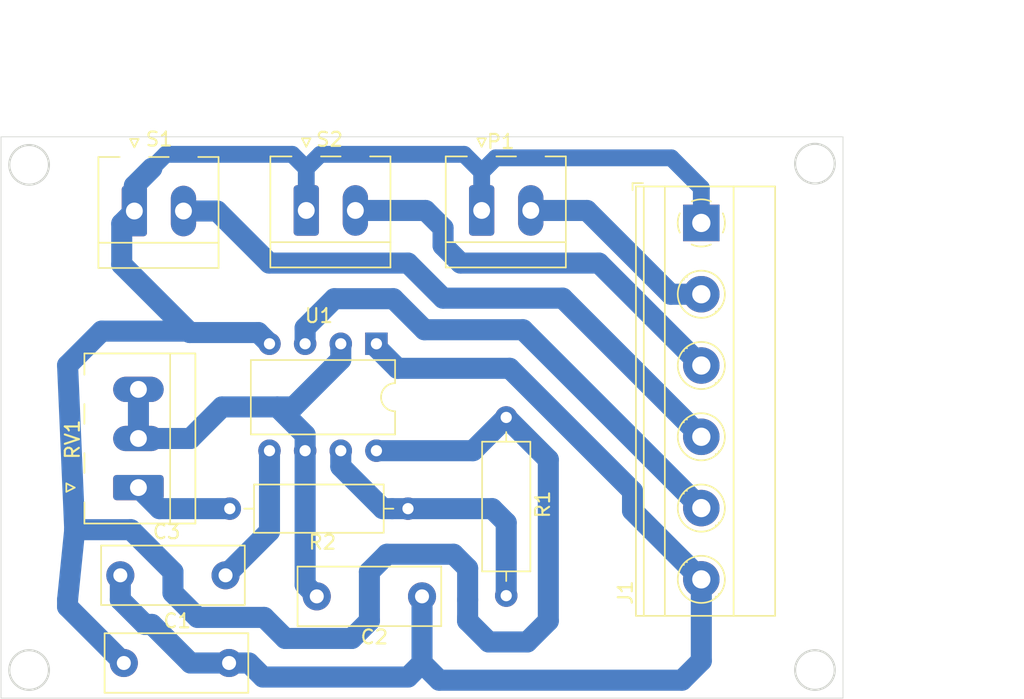
<source format=kicad_pcb>
(kicad_pcb (version 20171130) (host pcbnew "(5.1.10)-1")

  (general
    (thickness 1.6)
    (drawings 14)
    (tracks 111)
    (zones 0)
    (modules 11)
    (nets 11)
  )

  (page A4)
  (title_block
    (title "Control probador motores pap")
    (date 2021-06-15)
    (rev 3.0)
    (company "Electronica Reciclada")
  )

  (layers
    (0 F.Cu signal)
    (31 B.Cu signal)
    (32 B.Adhes user hide)
    (33 F.Adhes user hide)
    (34 B.Paste user hide)
    (35 F.Paste user hide)
    (36 B.SilkS user hide)
    (37 F.SilkS user hide)
    (38 B.Mask user hide)
    (39 F.Mask user hide)
    (40 Dwgs.User user)
    (41 Cmts.User user hide)
    (42 Eco1.User user)
    (43 Eco2.User user hide)
    (44 Edge.Cuts user)
    (45 Margin user)
    (46 B.CrtYd user hide)
    (47 F.CrtYd user)
    (48 B.Fab user hide)
    (49 F.Fab user)
  )

  (setup
    (last_trace_width 2)
    (user_trace_width 0.5)
    (user_trace_width 1)
    (user_trace_width 1.5)
    (user_trace_width 2)
    (trace_clearance 0.5)
    (zone_clearance 0.508)
    (zone_45_only no)
    (trace_min 0.2)
    (via_size 1)
    (via_drill 0.5)
    (via_min_size 0.8)
    (via_min_drill 0.3)
    (user_via 1 0.5)
    (user_via 1.5 1)
    (uvia_size 1)
    (uvia_drill 0.1)
    (uvias_allowed no)
    (uvia_min_size 0.5)
    (uvia_min_drill 0.1)
    (edge_width 0.05)
    (segment_width 0.2)
    (pcb_text_width 0.3)
    (pcb_text_size 1.5 1.5)
    (mod_edge_width 0.12)
    (mod_text_size 1 1)
    (mod_text_width 0.15)
    (pad_size 1.524 1.524)
    (pad_drill 0.762)
    (pad_to_mask_clearance 0.051)
    (solder_mask_min_width 0.5)
    (aux_axis_origin 0 0)
    (visible_elements 7FFFFFFF)
    (pcbplotparams
      (layerselection 0x00000_fffffffe)
      (usegerberextensions false)
      (usegerberattributes false)
      (usegerberadvancedattributes false)
      (creategerberjobfile false)
      (excludeedgelayer true)
      (linewidth 0.100000)
      (plotframeref false)
      (viasonmask false)
      (mode 1)
      (useauxorigin false)
      (hpglpennumber 1)
      (hpglpenspeed 20)
      (hpglpendiameter 15.000000)
      (psnegative false)
      (psa4output false)
      (plotreference true)
      (plotvalue true)
      (plotinvisibletext false)
      (padsonsilk false)
      (subtractmaskfromsilk false)
      (outputformat 1)
      (mirror false)
      (drillshape 0)
      (scaleselection 1)
      (outputdirectory ""))
  )

  (net 0 "")
  (net 1 GND)
  (net 2 +5V)
  (net 3 "Net-(C2-Pad1)")
  (net 4 "Net-(C3-Pad1)")
  (net 5 /Permitir)
  (net 6 /Direccion)
  (net 7 /Medio_Full_Paso)
  (net 8 /Reloj)
  (net 9 "Net-(R1-Pad2)")
  (net 10 "Net-(R2-Pad2)")

  (net_class Default "Esta es la clase de red por defecto."
    (clearance 0.5)
    (trace_width 2)
    (via_dia 1)
    (via_drill 0.5)
    (uvia_dia 1)
    (uvia_drill 0.1)
    (diff_pair_width 2)
    (diff_pair_gap 2)
  )

  (net_class CNC ""
    (clearance 0.5)
    (trace_width 1.2)
    (via_dia 1)
    (via_drill 0.5)
    (uvia_dia 0.5)
    (uvia_drill 0.1)
    (diff_pair_width 1)
    (diff_pair_gap 1)
    (add_net +5V)
    (add_net /Direccion)
    (add_net /Medio_Full_Paso)
    (add_net /Permitir)
    (add_net /Reloj)
    (add_net GND)
    (add_net "Net-(C2-Pad1)")
    (add_net "Net-(C3-Pad1)")
    (add_net "Net-(R1-Pad2)")
    (add_net "Net-(R2-Pad2)")
  )

  (module Capacitor_THT:C_Rect_L10.0mm_W4.0mm_P7.50mm_MKS4 (layer F.Cu) (tedit 5AE50EF0) (tstamp 60854E59)
    (at 115 100.5)
    (descr "C, Rect series, Radial, pin pitch=7.50mm, , length*width=10*4.0mm^2, Capacitor, http://www.wima.com/EN/WIMA_MKS_4.pdf")
    (tags "C Rect series Radial pin pitch 7.50mm  length 10mm width 4.0mm Capacitor")
    (path /606758D7)
    (fp_text reference C2 (at 4.1 2.9) (layer F.SilkS)
      (effects (font (size 1 1) (thickness 0.15)))
    )
    (fp_text value 220nF (at 3.5 -1.1068) (layer F.Fab)
      (effects (font (size 1 1) (thickness 0.15)))
    )
    (fp_line (start 9 -2.25) (end -1.5 -2.25) (layer F.CrtYd) (width 0.05))
    (fp_line (start 9 2.25) (end 9 -2.25) (layer F.CrtYd) (width 0.05))
    (fp_line (start -1.5 2.25) (end 9 2.25) (layer F.CrtYd) (width 0.05))
    (fp_line (start -1.5 -2.25) (end -1.5 2.25) (layer F.CrtYd) (width 0.05))
    (fp_line (start 8.87 -2.12) (end 8.87 2.12) (layer F.SilkS) (width 0.12))
    (fp_line (start -1.37 -2.12) (end -1.37 2.12) (layer F.SilkS) (width 0.12))
    (fp_line (start -1.37 2.12) (end 8.87 2.12) (layer F.SilkS) (width 0.12))
    (fp_line (start -1.37 -2.12) (end 8.87 -2.12) (layer F.SilkS) (width 0.12))
    (fp_line (start 8.75 -2) (end -1.25 -2) (layer F.Fab) (width 0.1))
    (fp_line (start 8.75 2) (end 8.75 -2) (layer F.Fab) (width 0.1))
    (fp_line (start -1.25 2) (end 8.75 2) (layer F.Fab) (width 0.1))
    (fp_line (start -1.25 -2) (end -1.25 2) (layer F.Fab) (width 0.1))
    (fp_text user %R (at 3.75 0.8932) (layer F.Fab)
      (effects (font (size 1 1) (thickness 0.15)))
    )
    (pad 1 thru_hole circle (at 0 0) (size 2 2) (drill 1) (layers *.Cu *.Mask)
      (net 3 "Net-(C2-Pad1)"))
    (pad 2 thru_hole circle (at 7.5 0) (size 2 2) (drill 1) (layers *.Cu *.Mask)
      (net 1 GND))
    (model ${KISYS3DMOD}/Capacitor_THT.3dshapes/C_Rect_L10.0mm_W4.0mm_P7.50mm_MKS4.wrl
      (at (xyz 0 0 0))
      (scale (xyz 1 1 1))
      (rotate (xyz 0 0 0))
    )
  )

  (module Capacitor_THT:C_Rect_L10.0mm_W4.0mm_P7.50mm_MKS4 (layer F.Cu) (tedit 5AE50EF0) (tstamp 60854E8F)
    (at 101.25 105.25)
    (descr "C, Rect series, Radial, pin pitch=7.50mm, , length*width=10*4.0mm^2, Capacitor, http://www.wima.com/EN/WIMA_MKS_4.pdf")
    (tags "C Rect series Radial pin pitch 7.50mm  length 10mm width 4.0mm Capacitor")
    (path /60676001)
    (fp_text reference C1 (at 3.8 -3) (layer F.SilkS)
      (effects (font (size 1 1) (thickness 0.15)))
    )
    (fp_text value 100nF (at 4.0568 1) (layer F.Fab)
      (effects (font (size 1 1) (thickness 0.15)))
    )
    (fp_line (start -1.25 -2) (end -1.25 2) (layer F.Fab) (width 0.1))
    (fp_line (start -1.25 2) (end 8.75 2) (layer F.Fab) (width 0.1))
    (fp_line (start 8.75 2) (end 8.75 -2) (layer F.Fab) (width 0.1))
    (fp_line (start 8.75 -2) (end -1.25 -2) (layer F.Fab) (width 0.1))
    (fp_line (start -1.37 -2.12) (end 8.87 -2.12) (layer F.SilkS) (width 0.12))
    (fp_line (start -1.37 2.12) (end 8.87 2.12) (layer F.SilkS) (width 0.12))
    (fp_line (start -1.37 -2.12) (end -1.37 2.12) (layer F.SilkS) (width 0.12))
    (fp_line (start 8.87 -2.12) (end 8.87 2.12) (layer F.SilkS) (width 0.12))
    (fp_line (start -1.5 -2.25) (end -1.5 2.25) (layer F.CrtYd) (width 0.05))
    (fp_line (start -1.5 2.25) (end 9 2.25) (layer F.CrtYd) (width 0.05))
    (fp_line (start 9 2.25) (end 9 -2.25) (layer F.CrtYd) (width 0.05))
    (fp_line (start 9 -2.25) (end -1.5 -2.25) (layer F.CrtYd) (width 0.05))
    (fp_text user %R (at 3.75 -1) (layer F.Fab)
      (effects (font (size 1 1) (thickness 0.15)))
    )
    (pad 2 thru_hole circle (at 7.5 0) (size 2 2) (drill 1) (layers *.Cu *.Mask)
      (net 1 GND))
    (pad 1 thru_hole circle (at 0 0) (size 2 2) (drill 1) (layers *.Cu *.Mask)
      (net 2 +5V))
    (model ${KISYS3DMOD}/Capacitor_THT.3dshapes/C_Rect_L10.0mm_W4.0mm_P7.50mm_MKS4.wrl
      (at (xyz 0 0 0))
      (scale (xyz 1 1 1))
      (rotate (xyz 0 0 0))
    )
  )

  (module Resistor_THT:R_Axial_DIN0309_L9.0mm_D3.2mm_P12.70mm_Horizontal (layer F.Cu) (tedit 5AE5139B) (tstamp 60854E1B)
    (at 128.5 87.75 270)
    (descr "Resistor, Axial_DIN0309 series, Axial, Horizontal, pin pitch=12.7mm, 0.5W = 1/2W, length*diameter=9*3.2mm^2, http://cdn-reichelt.de/documents/datenblatt/B400/1_4W%23YAG.pdf")
    (tags "Resistor Axial_DIN0309 series Axial Horizontal pin pitch 12.7mm 0.5W = 1/2W length 9mm diameter 3.2mm")
    (path /6067986F)
    (fp_text reference R1 (at 6.2 -2.6 90) (layer F.SilkS)
      (effects (font (size 1 1) (thickness 0.15)))
    )
    (fp_text value 1k5 (at 6.45 -0.8568 90) (layer F.Fab)
      (effects (font (size 1 1) (thickness 0.15)))
    )
    (fp_line (start 13.75 -1.85) (end -1.05 -1.85) (layer F.CrtYd) (width 0.05))
    (fp_line (start 13.75 1.85) (end 13.75 -1.85) (layer F.CrtYd) (width 0.05))
    (fp_line (start -1.05 1.85) (end 13.75 1.85) (layer F.CrtYd) (width 0.05))
    (fp_line (start -1.05 -1.85) (end -1.05 1.85) (layer F.CrtYd) (width 0.05))
    (fp_line (start 11.66 0) (end 10.97 0) (layer F.SilkS) (width 0.12))
    (fp_line (start 1.04 0) (end 1.73 0) (layer F.SilkS) (width 0.12))
    (fp_line (start 10.97 -1.72) (end 1.73 -1.72) (layer F.SilkS) (width 0.12))
    (fp_line (start 10.97 1.72) (end 10.97 -1.72) (layer F.SilkS) (width 0.12))
    (fp_line (start 1.73 1.72) (end 10.97 1.72) (layer F.SilkS) (width 0.12))
    (fp_line (start 1.73 -1.72) (end 1.73 1.72) (layer F.SilkS) (width 0.12))
    (fp_line (start 12.7 0) (end 10.85 0) (layer F.Fab) (width 0.1))
    (fp_line (start 0 0) (end 1.85 0) (layer F.Fab) (width 0.1))
    (fp_line (start 10.85 -1.6) (end 1.85 -1.6) (layer F.Fab) (width 0.1))
    (fp_line (start 10.85 1.6) (end 10.85 -1.6) (layer F.Fab) (width 0.1))
    (fp_line (start 1.85 1.6) (end 10.85 1.6) (layer F.Fab) (width 0.1))
    (fp_line (start 1.85 -1.6) (end 1.85 1.6) (layer F.Fab) (width 0.1))
    (fp_text user %R (at 6.7 0.8932 90) (layer F.Fab)
      (effects (font (size 1 1) (thickness 0.15)))
    )
    (pad 1 thru_hole circle (at 0 0 270) (size 1.6 1.6) (drill 0.8) (layers *.Cu *.Mask)
      (net 2 +5V))
    (pad 2 thru_hole oval (at 12.7 0 270) (size 1.6 1.6) (drill 0.8) (layers *.Cu *.Mask)
      (net 9 "Net-(R1-Pad2)"))
    (model ${KISYS3DMOD}/Resistor_THT.3dshapes/R_Axial_DIN0309_L9.0mm_D3.2mm_P12.70mm_Horizontal.wrl
      (at (xyz 0 0 0))
      (scale (xyz 1 1 1))
      (rotate (xyz 0 0 0))
    )
  )

  (module TerminalBlock_Phoenix:TerminalBlock_Phoenix_MKDS-1,5-6-5.08_1x06_P5.08mm_Horizontal (layer F.Cu) (tedit 5B294EBE) (tstamp 60685FE8)
    (at 142.4032 73.8896 270)
    (descr "Terminal Block Phoenix MKDS-1,5-6-5.08, 6 pins, pitch 5.08mm, size 30.5x9.8mm^2, drill diamater 1.3mm, pad diameter 2.6mm, see http://www.farnell.com/datasheets/100425.pdf, script-generated using https://github.com/pointhi/kicad-footprint-generator/scripts/TerminalBlock_Phoenix")
    (tags "THT Terminal Block Phoenix MKDS-1,5-6-5.08 pitch 5.08mm size 30.5x9.8mm^2 drill 1.3mm pad 2.6mm")
    (path /6067A4FC)
    (fp_text reference J1 (at 26.34 5.41 90) (layer F.SilkS)
      (effects (font (size 1 1) (thickness 0.15)))
    )
    (fp_text value Screw_Terminal_01x06 (at 12.7 5.66 90) (layer F.Fab) hide
      (effects (font (size 1 1) (thickness 0.15)))
    )
    (fp_line (start 28.44 -5.71) (end -3.04 -5.71) (layer F.CrtYd) (width 0.05))
    (fp_line (start 28.44 5.1) (end 28.44 -5.71) (layer F.CrtYd) (width 0.05))
    (fp_line (start -3.04 5.1) (end 28.44 5.1) (layer F.CrtYd) (width 0.05))
    (fp_line (start -3.04 -5.71) (end -3.04 5.1) (layer F.CrtYd) (width 0.05))
    (fp_line (start -2.84 4.9) (end -2.34 4.9) (layer F.SilkS) (width 0.12))
    (fp_line (start -2.84 4.16) (end -2.84 4.9) (layer F.SilkS) (width 0.12))
    (fp_line (start 24.173 1.023) (end 24.126 1.069) (layer F.SilkS) (width 0.12))
    (fp_line (start 26.47 -1.275) (end 26.435 -1.239) (layer F.SilkS) (width 0.12))
    (fp_line (start 24.366 1.239) (end 24.331 1.274) (layer F.SilkS) (width 0.12))
    (fp_line (start 26.675 -1.069) (end 26.628 -1.023) (layer F.SilkS) (width 0.12))
    (fp_line (start 26.355 -1.138) (end 24.263 0.955) (layer F.Fab) (width 0.1))
    (fp_line (start 26.538 -0.955) (end 24.446 1.138) (layer F.Fab) (width 0.1))
    (fp_line (start 19.093 1.023) (end 19.046 1.069) (layer F.SilkS) (width 0.12))
    (fp_line (start 21.39 -1.275) (end 21.355 -1.239) (layer F.SilkS) (width 0.12))
    (fp_line (start 19.286 1.239) (end 19.251 1.274) (layer F.SilkS) (width 0.12))
    (fp_line (start 21.595 -1.069) (end 21.548 -1.023) (layer F.SilkS) (width 0.12))
    (fp_line (start 21.275 -1.138) (end 19.183 0.955) (layer F.Fab) (width 0.1))
    (fp_line (start 21.458 -0.955) (end 19.366 1.138) (layer F.Fab) (width 0.1))
    (fp_line (start 14.013 1.023) (end 13.966 1.069) (layer F.SilkS) (width 0.12))
    (fp_line (start 16.31 -1.275) (end 16.275 -1.239) (layer F.SilkS) (width 0.12))
    (fp_line (start 14.206 1.239) (end 14.171 1.274) (layer F.SilkS) (width 0.12))
    (fp_line (start 16.515 -1.069) (end 16.468 -1.023) (layer F.SilkS) (width 0.12))
    (fp_line (start 16.195 -1.138) (end 14.103 0.955) (layer F.Fab) (width 0.1))
    (fp_line (start 16.378 -0.955) (end 14.286 1.138) (layer F.Fab) (width 0.1))
    (fp_line (start 8.933 1.023) (end 8.886 1.069) (layer F.SilkS) (width 0.12))
    (fp_line (start 11.23 -1.275) (end 11.195 -1.239) (layer F.SilkS) (width 0.12))
    (fp_line (start 9.126 1.239) (end 9.091 1.274) (layer F.SilkS) (width 0.12))
    (fp_line (start 11.435 -1.069) (end 11.388 -1.023) (layer F.SilkS) (width 0.12))
    (fp_line (start 11.115 -1.138) (end 9.023 0.955) (layer F.Fab) (width 0.1))
    (fp_line (start 11.298 -0.955) (end 9.206 1.138) (layer F.Fab) (width 0.1))
    (fp_line (start 3.853 1.023) (end 3.806 1.069) (layer F.SilkS) (width 0.12))
    (fp_line (start 6.15 -1.275) (end 6.115 -1.239) (layer F.SilkS) (width 0.12))
    (fp_line (start 4.046 1.239) (end 4.011 1.274) (layer F.SilkS) (width 0.12))
    (fp_line (start 6.355 -1.069) (end 6.308 -1.023) (layer F.SilkS) (width 0.12))
    (fp_line (start 6.035 -1.138) (end 3.943 0.955) (layer F.Fab) (width 0.1))
    (fp_line (start 6.218 -0.955) (end 4.126 1.138) (layer F.Fab) (width 0.1))
    (fp_line (start 0.955 -1.138) (end -1.138 0.955) (layer F.Fab) (width 0.1))
    (fp_line (start 1.138 -0.955) (end -0.955 1.138) (layer F.Fab) (width 0.1))
    (fp_line (start 28 -5.261) (end 28 4.66) (layer F.SilkS) (width 0.12))
    (fp_line (start -2.6 -5.261) (end -2.6 4.66) (layer F.SilkS) (width 0.12))
    (fp_line (start -2.6 4.66) (end 28 4.66) (layer F.SilkS) (width 0.12))
    (fp_line (start -2.6 -5.261) (end 28 -5.261) (layer F.SilkS) (width 0.12))
    (fp_line (start -2.6 -2.301) (end 28 -2.301) (layer F.SilkS) (width 0.12))
    (fp_line (start -2.54 -2.3) (end 27.94 -2.3) (layer F.Fab) (width 0.1))
    (fp_line (start -2.6 2.6) (end 28 2.6) (layer F.SilkS) (width 0.12))
    (fp_line (start -2.54 2.6) (end 27.94 2.6) (layer F.Fab) (width 0.1))
    (fp_line (start -2.6 4.1) (end 28 4.1) (layer F.SilkS) (width 0.12))
    (fp_line (start -2.54 4.1) (end 27.94 4.1) (layer F.Fab) (width 0.1))
    (fp_line (start -2.54 4.1) (end -2.54 -5.2) (layer F.Fab) (width 0.1))
    (fp_line (start -2.04 4.6) (end -2.54 4.1) (layer F.Fab) (width 0.1))
    (fp_line (start 27.94 4.6) (end -2.04 4.6) (layer F.Fab) (width 0.1))
    (fp_line (start 27.94 -5.2) (end 27.94 4.6) (layer F.Fab) (width 0.1))
    (fp_line (start -2.54 -5.2) (end 27.94 -5.2) (layer F.Fab) (width 0.1))
    (fp_circle (center 25.4 0) (end 27.08 0) (layer F.SilkS) (width 0.12))
    (fp_circle (center 25.4 0) (end 26.9 0) (layer F.Fab) (width 0.1))
    (fp_circle (center 20.32 0) (end 22 0) (layer F.SilkS) (width 0.12))
    (fp_circle (center 20.32 0) (end 21.82 0) (layer F.Fab) (width 0.1))
    (fp_circle (center 15.24 0) (end 16.92 0) (layer F.SilkS) (width 0.12))
    (fp_circle (center 15.24 0) (end 16.74 0) (layer F.Fab) (width 0.1))
    (fp_circle (center 10.16 0) (end 11.84 0) (layer F.SilkS) (width 0.12))
    (fp_circle (center 10.16 0) (end 11.66 0) (layer F.Fab) (width 0.1))
    (fp_circle (center 5.08 0) (end 6.76 0) (layer F.SilkS) (width 0.12))
    (fp_circle (center 5.08 0) (end 6.58 0) (layer F.Fab) (width 0.1))
    (fp_circle (center 0 0) (end 1.5 0) (layer F.Fab) (width 0.1))
    (fp_arc (start 0 0) (end 0 1.68) (angle -24) (layer F.SilkS) (width 0.12))
    (fp_arc (start 0 0) (end 1.535 0.684) (angle -48) (layer F.SilkS) (width 0.12))
    (fp_arc (start 0 0) (end 0.684 -1.535) (angle -48) (layer F.SilkS) (width 0.12))
    (fp_arc (start 0 0) (end -1.535 -0.684) (angle -48) (layer F.SilkS) (width 0.12))
    (fp_arc (start 0 0) (end -0.684 1.535) (angle -25) (layer F.SilkS) (width 0.12))
    (fp_text user %R (at 12.7 3.2 90) (layer F.Fab) hide
      (effects (font (size 1 1) (thickness 0.15)))
    )
    (pad 1 thru_hole rect (at 0 0 270) (size 2.6 2.6) (drill 1.3) (layers *.Cu *.Mask)
      (net 2 +5V))
    (pad 2 thru_hole circle (at 5.08 0 270) (size 2.6 2.6) (drill 1.3) (layers *.Cu *.Mask)
      (net 5 /Permitir))
    (pad 3 thru_hole circle (at 10.16 0 270) (size 2.6 2.6) (drill 1.3) (layers *.Cu *.Mask)
      (net 6 /Direccion))
    (pad 4 thru_hole circle (at 15.24 0 270) (size 2.6 2.6) (drill 1.3) (layers *.Cu *.Mask)
      (net 7 /Medio_Full_Paso))
    (pad 5 thru_hole circle (at 20.32 0 270) (size 2.6 2.6) (drill 1.3) (layers *.Cu *.Mask)
      (net 8 /Reloj))
    (pad 6 thru_hole circle (at 25.4 0 270) (size 2.6 2.6) (drill 1.3) (layers *.Cu *.Mask)
      (net 1 GND))
    (model C:/Users/oscarrodfer/trabajos/freecad/kicad-packages3D/Connector_Phoenix_MKDS/1715190-mkds1,5_6-6contactos.stp
      (offset (xyz 28.5 4 0))
      (scale (xyz 1 1 1))
      (rotate (xyz -90 0 -90))
    )
  )

  (module Resistor_THT:R_Axial_DIN0309_L9.0mm_D3.2mm_P12.70mm_Horizontal (layer F.Cu) (tedit 5AE5139B) (tstamp 60854EC9)
    (at 121.5 94.25 180)
    (descr "Resistor, Axial_DIN0309 series, Axial, Horizontal, pin pitch=12.7mm, 0.5W = 1/2W, length*diameter=9*3.2mm^2, http://cdn-reichelt.de/documents/datenblatt/B400/1_4W%23YAG.pdf")
    (tags "Resistor Axial_DIN0309 series Axial Horizontal pin pitch 12.7mm 0.5W = 1/2W length 9mm diameter 3.2mm")
    (path /60679D1E)
    (fp_text reference R2 (at 6.1 -2.4) (layer F.SilkS)
      (effects (font (size 1 1) (thickness 0.15)))
    )
    (fp_text value 1k (at 6.3296 0.8568) (layer F.Fab)
      (effects (font (size 1 1) (thickness 0.15)))
    )
    (fp_line (start 1.85 -1.6) (end 1.85 1.6) (layer F.Fab) (width 0.1))
    (fp_line (start 1.85 1.6) (end 10.85 1.6) (layer F.Fab) (width 0.1))
    (fp_line (start 10.85 1.6) (end 10.85 -1.6) (layer F.Fab) (width 0.1))
    (fp_line (start 10.85 -1.6) (end 1.85 -1.6) (layer F.Fab) (width 0.1))
    (fp_line (start 0 0) (end 1.85 0) (layer F.Fab) (width 0.1))
    (fp_line (start 12.7 0) (end 10.85 0) (layer F.Fab) (width 0.1))
    (fp_line (start 1.73 -1.72) (end 1.73 1.72) (layer F.SilkS) (width 0.12))
    (fp_line (start 1.73 1.72) (end 10.97 1.72) (layer F.SilkS) (width 0.12))
    (fp_line (start 10.97 1.72) (end 10.97 -1.72) (layer F.SilkS) (width 0.12))
    (fp_line (start 10.97 -1.72) (end 1.73 -1.72) (layer F.SilkS) (width 0.12))
    (fp_line (start 1.04 0) (end 1.73 0) (layer F.SilkS) (width 0.12))
    (fp_line (start 11.66 0) (end 10.97 0) (layer F.SilkS) (width 0.12))
    (fp_line (start -1.05 -1.85) (end -1.05 1.85) (layer F.CrtYd) (width 0.05))
    (fp_line (start -1.05 1.85) (end 13.75 1.85) (layer F.CrtYd) (width 0.05))
    (fp_line (start 13.75 1.85) (end 13.75 -1.85) (layer F.CrtYd) (width 0.05))
    (fp_line (start 13.75 -1.85) (end -1.05 -1.85) (layer F.CrtYd) (width 0.05))
    (fp_text user %R (at 6.3296 -0.6432) (layer F.Fab)
      (effects (font (size 1 1) (thickness 0.15)))
    )
    (pad 2 thru_hole oval (at 12.7 0 180) (size 1.6 1.6) (drill 0.8) (layers *.Cu *.Mask)
      (net 10 "Net-(R2-Pad2)"))
    (pad 1 thru_hole circle (at 0 0 180) (size 1.6 1.6) (drill 0.8) (layers *.Cu *.Mask)
      (net 9 "Net-(R1-Pad2)"))
    (model ${KISYS3DMOD}/Resistor_THT.3dshapes/R_Axial_DIN0309_L9.0mm_D3.2mm_P12.70mm_Horizontal.wrl
      (at (xyz 0 0 0))
      (scale (xyz 1 1 1))
      (rotate (xyz 0 0 0))
    )
  )

  (module Capacitor_THT:C_Rect_L10.0mm_W4.0mm_P7.50mm_MKS4 (layer F.Cu) (tedit 5AE50EF0) (tstamp 60854DE1)
    (at 108.5 99 180)
    (descr "C, Rect series, Radial, pin pitch=7.50mm, , length*width=10*4.0mm^2, Capacitor, http://www.wima.com/EN/WIMA_MKS_4.pdf")
    (tags "C Rect series Radial pin pitch 7.50mm  length 10mm width 4.0mm Capacitor")
    (path /60675367)
    (fp_text reference C3 (at 4.2 3.1) (layer F.SilkS)
      (effects (font (size 1 1) (thickness 0.15)))
    )
    (fp_text value 1nF (at 3.5 -1) (layer F.Fab)
      (effects (font (size 1 1) (thickness 0.15)))
    )
    (fp_line (start 9 -2.25) (end -1.5 -2.25) (layer F.CrtYd) (width 0.05))
    (fp_line (start 9 2.25) (end 9 -2.25) (layer F.CrtYd) (width 0.05))
    (fp_line (start -1.5 2.25) (end 9 2.25) (layer F.CrtYd) (width 0.05))
    (fp_line (start -1.5 -2.25) (end -1.5 2.25) (layer F.CrtYd) (width 0.05))
    (fp_line (start 8.87 -2.12) (end 8.87 2.12) (layer F.SilkS) (width 0.12))
    (fp_line (start -1.37 -2.12) (end -1.37 2.12) (layer F.SilkS) (width 0.12))
    (fp_line (start -1.37 2.12) (end 8.87 2.12) (layer F.SilkS) (width 0.12))
    (fp_line (start -1.37 -2.12) (end 8.87 -2.12) (layer F.SilkS) (width 0.12))
    (fp_line (start 8.75 -2) (end -1.25 -2) (layer F.Fab) (width 0.1))
    (fp_line (start 8.75 2) (end 8.75 -2) (layer F.Fab) (width 0.1))
    (fp_line (start -1.25 2) (end 8.75 2) (layer F.Fab) (width 0.1))
    (fp_line (start -1.25 -2) (end -1.25 2) (layer F.Fab) (width 0.1))
    (fp_text user %R (at 3.75 1) (layer F.Fab)
      (effects (font (size 1 1) (thickness 0.15)))
    )
    (pad 1 thru_hole circle (at 0 0 180) (size 2 2) (drill 1) (layers *.Cu *.Mask)
      (net 4 "Net-(C3-Pad1)"))
    (pad 2 thru_hole circle (at 7.5 0 180) (size 2 2) (drill 1) (layers *.Cu *.Mask)
      (net 1 GND))
    (model ${KISYS3DMOD}/Capacitor_THT.3dshapes/C_Rect_L10.0mm_W4.0mm_P7.50mm_MKS4.wrl
      (at (xyz 0 0 0))
      (scale (xyz 1 1 1))
      (rotate (xyz 0 0 0))
    )
  )

  (module Package_DIP:DIP-8_W7.62mm (layer F.Cu) (tedit 5A02E8C5) (tstamp 60854D99)
    (at 119.25 82.5 270)
    (descr "8-lead though-hole mounted DIP package, row spacing 7.62 mm (300 mils)")
    (tags "THT DIP DIL PDIP 2.54mm 7.62mm 300mil")
    (path /606749F9)
    (fp_text reference U1 (at -2 4.1 180) (layer F.SilkS)
      (effects (font (size 1 1) (thickness 0.15)))
    )
    (fp_text value NE555 (at 3.81 2.0932 90) (layer F.Fab)
      (effects (font (size 1 1) (thickness 0.15)))
    )
    (fp_line (start 8.7 -1.55) (end -1.1 -1.55) (layer F.CrtYd) (width 0.05))
    (fp_line (start 8.7 9.15) (end 8.7 -1.55) (layer F.CrtYd) (width 0.05))
    (fp_line (start -1.1 9.15) (end 8.7 9.15) (layer F.CrtYd) (width 0.05))
    (fp_line (start -1.1 -1.55) (end -1.1 9.15) (layer F.CrtYd) (width 0.05))
    (fp_line (start 6.46 -1.33) (end 4.81 -1.33) (layer F.SilkS) (width 0.12))
    (fp_line (start 6.46 8.95) (end 6.46 -1.33) (layer F.SilkS) (width 0.12))
    (fp_line (start 1.16 8.95) (end 6.46 8.95) (layer F.SilkS) (width 0.12))
    (fp_line (start 1.16 -1.33) (end 1.16 8.95) (layer F.SilkS) (width 0.12))
    (fp_line (start 2.81 -1.33) (end 1.16 -1.33) (layer F.SilkS) (width 0.12))
    (fp_line (start 0.635 -0.27) (end 1.635 -1.27) (layer F.Fab) (width 0.1))
    (fp_line (start 0.635 8.89) (end 0.635 -0.27) (layer F.Fab) (width 0.1))
    (fp_line (start 6.985 8.89) (end 0.635 8.89) (layer F.Fab) (width 0.1))
    (fp_line (start 6.985 -1.27) (end 6.985 8.89) (layer F.Fab) (width 0.1))
    (fp_line (start 1.635 -1.27) (end 6.985 -1.27) (layer F.Fab) (width 0.1))
    (fp_arc (start 3.81 -1.33) (end 2.81 -1.33) (angle -180) (layer F.SilkS) (width 0.12))
    (fp_text user %R (at 3.81 3.81 90) (layer F.Fab)
      (effects (font (size 1 1) (thickness 0.15)))
    )
    (pad 1 thru_hole rect (at 0 0 270) (size 1.6 1.6) (drill 0.8) (layers *.Cu *.Mask)
      (net 1 GND))
    (pad 5 thru_hole oval (at 7.62 7.62 270) (size 1.6 1.6) (drill 0.8) (layers *.Cu *.Mask)
      (net 4 "Net-(C3-Pad1)"))
    (pad 2 thru_hole oval (at 0 2.54 270) (size 1.6 1.6) (drill 0.8) (layers *.Cu *.Mask)
      (net 3 "Net-(C2-Pad1)"))
    (pad 6 thru_hole oval (at 7.62 5.08 270) (size 1.6 1.6) (drill 0.8) (layers *.Cu *.Mask)
      (net 3 "Net-(C2-Pad1)"))
    (pad 3 thru_hole oval (at 0 5.08 270) (size 1.6 1.6) (drill 0.8) (layers *.Cu *.Mask)
      (net 8 /Reloj))
    (pad 7 thru_hole oval (at 7.62 2.54 270) (size 1.6 1.6) (drill 0.8) (layers *.Cu *.Mask)
      (net 9 "Net-(R1-Pad2)"))
    (pad 4 thru_hole oval (at 0 7.62 270) (size 1.6 1.6) (drill 0.8) (layers *.Cu *.Mask)
      (net 2 +5V))
    (pad 8 thru_hole oval (at 7.62 0 270) (size 1.6 1.6) (drill 0.8) (layers *.Cu *.Mask)
      (net 2 +5V))
    (model ${KISYS3DMOD}/Package_DIP.3dshapes/DIP-8_W7.62mm.wrl
      (at (xyz 0 0 0))
      (scale (xyz 1 1 1))
      (rotate (xyz 0 0 0))
    )
  )

  (module Connector_Phoenix_MKDS:PhoenixContact_MKDS_1,5_2-1727010-1x02_P3.50mm (layer F.Cu) (tedit 6067627D) (tstamp 60843E4D)
    (at 126.75 70.46)
    (descr "Generic Phoenix Contact connector footprint for: MC_1,5/2-G-3.5; number of pins: 02; pin pitch: 3.50mm; Angled || order number: 1727010 8A 160V")
    (tags "phoenix_contact connector MC_01x02_G_3.5mm")
    (path /6067855D)
    (fp_text reference P1 (at 1.36 -2.37) (layer F.SilkS)
      (effects (font (size 1 1) (thickness 0.15)))
    )
    (fp_text value SW_Push (at 3.2 8.6) (layer F.Fab) hide
      (effects (font (size 1 1) (thickness 0.15)))
    )
    (fp_line (start 0 0) (end -0.8 -1.2) (layer F.Fab) (width 0.1))
    (fp_line (start 0.8 -1.2) (end 0 0) (layer F.Fab) (width 0.1))
    (fp_line (start -0.3 -2.6) (end 0.3 -2.6) (layer F.SilkS) (width 0.12))
    (fp_line (start 0 -2) (end -0.3 -2.6) (layer F.SilkS) (width 0.12))
    (fp_line (start 0.3 -2.6) (end 0 -2) (layer F.SilkS) (width 0.12))
    (fp_line (start 6.5 -2.3) (end -3.06 -2.3) (layer F.CrtYd) (width 0.05))
    (fp_line (start 6.5 7.3) (end 6.5 -2.3) (layer F.CrtYd) (width 0.05))
    (fp_line (start -3.06 7.3) (end 6.5 7.3) (layer F.CrtYd) (width 0.05))
    (fp_line (start -3.06 -2.3) (end -3.06 7.3) (layer F.CrtYd) (width 0.05))
    (fp_line (start -2.56 4.8) (end 6 4.8) (layer F.SilkS) (width 0.12))
    (fp_line (start 5.9 -1.2) (end -2.45 -1.2) (layer F.Fab) (width 0.1))
    (fp_line (start 5.9 6.55) (end 5.9 -1.2) (layer F.Fab) (width 0.1))
    (fp_line (start -2.45 6.5) (end 5.85 6.5) (layer F.Fab) (width 0.1))
    (fp_line (start -2.45 -1.2) (end -2.45 6.5) (layer F.Fab) (width 0.1))
    (fp_line (start 4.55 -1.31) (end 6 -1.31) (layer F.SilkS) (width 0.12))
    (fp_line (start 1.05 -1.31) (end 2.45 -1.31) (layer F.SilkS) (width 0.12))
    (fp_line (start -2.56 -1.31) (end -1.05 -1.31) (layer F.SilkS) (width 0.12))
    (fp_line (start 6 6.6) (end 6 -1.31) (layer F.SilkS) (width 0.12))
    (fp_line (start -2.56 6.6) (end 6 6.6) (layer F.SilkS) (width 0.12))
    (fp_line (start -2.56 -1.31) (end -2.56 6.6) (layer F.SilkS) (width 0.12))
    (fp_text user %R (at 0.1 5.75) (layer F.Fab)
      (effects (font (size 1 1) (thickness 0.15)))
    )
    (pad 1 thru_hole roundrect (at 0 2.54) (size 1.8 3.6) (drill 1.2) (layers *.Cu *.Mask) (roundrect_rratio 0.138889)
      (net 2 +5V))
    (pad 2 thru_hole oval (at 3.5 2.54) (size 1.8 3.6) (drill 1.2) (layers *.Cu *.Mask)
      (net 5 /Permitir))
    (model C:/Users/oscarrodfer/trabajos/freecad/kicad-packages3D/Connector_Phoenix_MKDS/1727010.stp
      (offset (xyz 5.5 1 0))
      (scale (xyz 0.98 1 0.98))
      (rotate (xyz -90 0 -90))
    )
  )

  (module Connector_Phoenix_MKDS:PhoenixContact_MKDS_1,5_3-19325191-1x03_P3.50mm (layer F.Cu) (tedit 5F930C06) (tstamp 60689CA4)
    (at 99.75 92.75 90)
    (descr "Generic Phoenix Contact connector footprint for: MC_1,5/3-G-3.5; number of pins: 03; pin pitch: 3.50mm; Angled || order number: 1844223 8A 160V")
    (tags "phoenix_contact connector MC_01x03_G_3.5mm")
    (path /60678D64)
    (fp_text reference RV1 (at 3.43 -2.16 90) (layer F.SilkS)
      (effects (font (size 1 1) (thickness 0.15)))
    )
    (fp_text value 470k (at 3.6596 2.3468 90) (layer F.Fab)
      (effects (font (size 1 1) (thickness 0.15)))
    )
    (fp_line (start 0 0) (end -0.8 -1.2) (layer F.Fab) (width 0.1))
    (fp_line (start 0.8 -1.2) (end 0 0) (layer F.Fab) (width 0.1))
    (fp_line (start -0.3 -2.6) (end 0.3 -2.6) (layer F.SilkS) (width 0.12))
    (fp_line (start 0 -2) (end -0.3 -2.6) (layer F.SilkS) (width 0.12))
    (fp_line (start 0.3 -2.6) (end 0 -2) (layer F.SilkS) (width 0.12))
    (fp_line (start 9.95 -2.3) (end -3.06 -2.3) (layer F.CrtYd) (width 0.05))
    (fp_line (start 9.95 7.3) (end 9.95 -2.3) (layer F.CrtYd) (width 0.05))
    (fp_line (start -3.06 7.3) (end 9.95 7.3) (layer F.CrtYd) (width 0.05))
    (fp_line (start -3.06 -2.3) (end -3.06 7.3) (layer F.CrtYd) (width 0.05))
    (fp_line (start -2.56 4.8) (end 9.56 4.8) (layer F.SilkS) (width 0.12))
    (fp_line (start 9.45 -1.2) (end -2.45 -1.2) (layer F.Fab) (width 0.1))
    (fp_line (start 9.45 6.5) (end 9.45 -1.2) (layer F.Fab) (width 0.1))
    (fp_line (start -2.45 6.5) (end 9.45 6.5) (layer F.Fab) (width 0.1))
    (fp_line (start -2.45 -1.2) (end -2.45 6.5) (layer F.Fab) (width 0.1))
    (fp_line (start 4.55 -1.31) (end 5.95 -1.31) (layer F.SilkS) (width 0.12))
    (fp_line (start 1.05 -1.31) (end 2.45 -1.31) (layer F.SilkS) (width 0.12))
    (fp_line (start 9.56 -1.31) (end 8.05 -1.31) (layer F.SilkS) (width 0.12))
    (fp_line (start -2.56 -1.31) (end -1.05 -1.31) (layer F.SilkS) (width 0.12))
    (fp_line (start 9.56 6.6) (end 9.56 -1.31) (layer F.SilkS) (width 0.12))
    (fp_line (start -2.56 6.6) (end 9.5 6.6) (layer F.SilkS) (width 0.12))
    (fp_line (start -2.56 -1.31) (end -2.56 6.6) (layer F.SilkS) (width 0.12))
    (fp_text user %R (at 3.6596 0.0968 90) (layer F.Fab)
      (effects (font (size 1 1) (thickness 0.15)))
    )
    (pad 1 thru_hole roundrect (at 0 2.54 90) (size 1.8 3.6) (drill 1.2) (layers *.Cu *.Mask) (roundrect_rratio 0.138889)
      (net 10 "Net-(R2-Pad2)"))
    (pad 2 thru_hole oval (at 3.5 2.54 90) (size 1.8 3.6) (drill 1.2) (layers *.Cu *.Mask)
      (net 3 "Net-(C2-Pad1)"))
    (pad 3 thru_hole oval (at 7 2.54 90) (size 1.8 3.6) (drill 1.2) (layers *.Cu *.Mask)
      (net 3 "Net-(C2-Pad1)"))
    (model C:/Users/oscarrodfer/trabajos/freecad/kicad-packages3D/Connector_Phoenix_MKDS/1715035-mkds1,5_3-3contactos.stp
      (offset (xyz 9.300000000000001 0.7 0))
      (scale (xyz 0.7 0.7 0.8))
      (rotate (xyz 0 0 -180))
    )
  )

  (module Connector_Phoenix_MKDS:PhoenixContact_MKDS_1,5_2-1727010-1x02_P3.50mm (layer F.Cu) (tedit 6067627D) (tstamp 60687C87)
    (at 102 70.5)
    (descr "Generic Phoenix Contact connector footprint for: MC_1,5/2-G-3.5; number of pins: 02; pin pitch: 3.50mm; Angled || order number: 1727010 8A 160V")
    (tags "phoenix_contact connector MC_01x02_G_3.5mm")
    (path /6067730E)
    (fp_text reference S1 (at 1.77 -2.58) (layer F.SilkS)
      (effects (font (size 1 1) (thickness 0.15)))
    )
    (fp_text value CircuitBreaker_1P (at 3.2 8.6) (layer F.Fab) hide
      (effects (font (size 1 1) (thickness 0.15)))
    )
    (fp_line (start 0 0) (end -0.8 -1.2) (layer F.Fab) (width 0.1))
    (fp_line (start 0.8 -1.2) (end 0 0) (layer F.Fab) (width 0.1))
    (fp_line (start -0.3 -2.6) (end 0.3 -2.6) (layer F.SilkS) (width 0.12))
    (fp_line (start 0 -2) (end -0.3 -2.6) (layer F.SilkS) (width 0.12))
    (fp_line (start 0.3 -2.6) (end 0 -2) (layer F.SilkS) (width 0.12))
    (fp_line (start 6.5 -2.3) (end -3.06 -2.3) (layer F.CrtYd) (width 0.05))
    (fp_line (start 6.5 7.3) (end 6.5 -2.3) (layer F.CrtYd) (width 0.05))
    (fp_line (start -3.06 7.3) (end 6.5 7.3) (layer F.CrtYd) (width 0.05))
    (fp_line (start -3.06 -2.3) (end -3.06 7.3) (layer F.CrtYd) (width 0.05))
    (fp_line (start -2.56 4.8) (end 6 4.8) (layer F.SilkS) (width 0.12))
    (fp_line (start 5.9 -1.2) (end -2.45 -1.2) (layer F.Fab) (width 0.1))
    (fp_line (start 5.9 6.55) (end 5.9 -1.2) (layer F.Fab) (width 0.1))
    (fp_line (start -2.45 6.5) (end 5.85 6.5) (layer F.Fab) (width 0.1))
    (fp_line (start -2.45 -1.2) (end -2.45 6.5) (layer F.Fab) (width 0.1))
    (fp_line (start 4.55 -1.31) (end 6 -1.31) (layer F.SilkS) (width 0.12))
    (fp_line (start 1.05 -1.31) (end 2.45 -1.31) (layer F.SilkS) (width 0.12))
    (fp_line (start -2.56 -1.31) (end -1.05 -1.31) (layer F.SilkS) (width 0.12))
    (fp_line (start 6 6.6) (end 6 -1.31) (layer F.SilkS) (width 0.12))
    (fp_line (start -2.56 6.6) (end 6 6.6) (layer F.SilkS) (width 0.12))
    (fp_line (start -2.56 -1.31) (end -2.56 6.6) (layer F.SilkS) (width 0.12))
    (fp_text user %R (at 0.1 5.75) (layer F.Fab)
      (effects (font (size 1 1) (thickness 0.15)))
    )
    (pad 1 thru_hole roundrect (at 0 2.54) (size 1.8 3.6) (drill 1.2) (layers *.Cu *.Mask) (roundrect_rratio 0.138889)
      (net 2 +5V))
    (pad 2 thru_hole oval (at 3.5 2.54) (size 1.8 3.6) (drill 1.2) (layers *.Cu *.Mask)
      (net 7 /Medio_Full_Paso))
    (model C:/Users/oscarrodfer/trabajos/freecad/kicad-packages3D/Connector_Phoenix_MKDS/1727010.stp
      (offset (xyz 5.5 1 0))
      (scale (xyz 0.98 1 0.98))
      (rotate (xyz -90 0 -90))
    )
  )

  (module Connector_Phoenix_MKDS:PhoenixContact_MKDS_1,5_2-1727010-1x02_P3.50mm (layer F.Cu) (tedit 6067627D) (tstamp 60687CA1)
    (at 114.25 70.46)
    (descr "Generic Phoenix Contact connector footprint for: MC_1,5/2-G-3.5; number of pins: 02; pin pitch: 3.50mm; Angled || order number: 1727010 8A 160V")
    (tags "phoenix_contact connector MC_01x02_G_3.5mm")
    (path /60677E4C)
    (fp_text reference S2 (at 1.66 -2.52) (layer F.SilkS)
      (effects (font (size 1 1) (thickness 0.15)))
    )
    (fp_text value CircuitBreaker_1P (at 3.2 8.6) (layer F.Fab) hide
      (effects (font (size 1 1) (thickness 0.15)))
    )
    (fp_line (start -2.56 -1.31) (end -2.56 6.6) (layer F.SilkS) (width 0.12))
    (fp_line (start -2.56 6.6) (end 6 6.6) (layer F.SilkS) (width 0.12))
    (fp_line (start 6 6.6) (end 6 -1.31) (layer F.SilkS) (width 0.12))
    (fp_line (start -2.56 -1.31) (end -1.05 -1.31) (layer F.SilkS) (width 0.12))
    (fp_line (start 1.05 -1.31) (end 2.45 -1.31) (layer F.SilkS) (width 0.12))
    (fp_line (start 4.55 -1.31) (end 6 -1.31) (layer F.SilkS) (width 0.12))
    (fp_line (start -2.45 -1.2) (end -2.45 6.5) (layer F.Fab) (width 0.1))
    (fp_line (start -2.45 6.5) (end 5.85 6.5) (layer F.Fab) (width 0.1))
    (fp_line (start 5.9 6.55) (end 5.9 -1.2) (layer F.Fab) (width 0.1))
    (fp_line (start 5.9 -1.2) (end -2.45 -1.2) (layer F.Fab) (width 0.1))
    (fp_line (start -2.56 4.8) (end 6 4.8) (layer F.SilkS) (width 0.12))
    (fp_line (start -3.06 -2.3) (end -3.06 7.3) (layer F.CrtYd) (width 0.05))
    (fp_line (start -3.06 7.3) (end 6.5 7.3) (layer F.CrtYd) (width 0.05))
    (fp_line (start 6.5 7.3) (end 6.5 -2.3) (layer F.CrtYd) (width 0.05))
    (fp_line (start 6.5 -2.3) (end -3.06 -2.3) (layer F.CrtYd) (width 0.05))
    (fp_line (start 0.3 -2.6) (end 0 -2) (layer F.SilkS) (width 0.12))
    (fp_line (start 0 -2) (end -0.3 -2.6) (layer F.SilkS) (width 0.12))
    (fp_line (start -0.3 -2.6) (end 0.3 -2.6) (layer F.SilkS) (width 0.12))
    (fp_line (start 0.8 -1.2) (end 0 0) (layer F.Fab) (width 0.1))
    (fp_line (start 0 0) (end -0.8 -1.2) (layer F.Fab) (width 0.1))
    (fp_text user %R (at 0.1 5.75) (layer F.Fab)
      (effects (font (size 1 1) (thickness 0.15)))
    )
    (pad 2 thru_hole oval (at 3.5 2.54) (size 1.8 3.6) (drill 1.2) (layers *.Cu *.Mask)
      (net 6 /Direccion))
    (pad 1 thru_hole roundrect (at 0 2.54) (size 1.8 3.6) (drill 1.2) (layers *.Cu *.Mask) (roundrect_rratio 0.138889)
      (net 2 +5V))
    (model C:/Users/oscarrodfer/trabajos/freecad/kicad-packages3D/Connector_Phoenix_MKDS/1727010.stp
      (offset (xyz 5.5 1 0))
      (scale (xyz 0.98 1 0.98))
      (rotate (xyz -90 0 -90))
    )
  )

  (dimension 60 (width 0.15) (layer Margin)
    (gr_text "60,000 mm" (at 122.5 58.7) (layer Margin)
      (effects (font (size 1 1) (thickness 0.15)))
    )
    (feature1 (pts (xy 92.5 67.75) (xy 92.5 59.413579)))
    (feature2 (pts (xy 152.5 67.75) (xy 152.5 59.413579)))
    (crossbar (pts (xy 152.5 60) (xy 92.5 60)))
    (arrow1a (pts (xy 92.5 60) (xy 93.626504 59.413579)))
    (arrow1b (pts (xy 92.5 60) (xy 93.626504 60.586421)))
    (arrow2a (pts (xy 152.5 60) (xy 151.373496 59.413579)))
    (arrow2b (pts (xy 152.5 60) (xy 151.373496 60.586421)))
  )
  (dimension 40 (width 0.15) (layer Margin)
    (gr_text "40,000 mm" (at 164.05 87.75 270) (layer Margin)
      (effects (font (size 1 1) (thickness 0.15)))
    )
    (feature1 (pts (xy 152.5 107.75) (xy 163.336421 107.75)))
    (feature2 (pts (xy 152.5 67.75) (xy 163.336421 67.75)))
    (crossbar (pts (xy 162.75 67.75) (xy 162.75 107.75)))
    (arrow1a (pts (xy 162.75 107.75) (xy 162.163579 106.623496)))
    (arrow1b (pts (xy 162.75 107.75) (xy 163.336421 106.623496)))
    (arrow2a (pts (xy 162.75 67.75) (xy 162.163579 68.876504)))
    (arrow2b (pts (xy 162.75 67.75) (xy 163.336421 68.876504)))
  )
  (gr_text "Control probador moteres pap v1.0" (at 103 85.5 90) (layer Eco2.User)
    (effects (font (size 1 1) (thickness 0.15)))
  )
  (gr_text http://electronicareciclada.com (at 150.25 86 90) (layer Eco2.User) (tstamp 6084450C)
    (effects (font (size 1 1) (thickness 0.15)))
  )
  (gr_line (start 92.5 107.75) (end 92.5 67.75) (layer Edge.Cuts) (width 0.05) (tstamp 6068B5CC))
  (gr_line (start 152.5 107.75) (end 92.5 107.75) (layer Edge.Cuts) (width 0.05) (tstamp 60854EF6))
  (gr_line (start 152.5 67.75) (end 152.5 107.75) (layer Edge.Cuts) (width 0.05))
  (gr_line (start 92.5 67.75) (end 152.5 67.75) (layer Edge.Cuts) (width 0.05))
  (gr_text "Control probador motores pap v3.0" (at 94.75 87.5 90) (layer Eco1.User) (tstamp 60853C50)
    (effects (font (size 1 1) (thickness 0.25)))
  )
  (gr_text http://electronicareciclada.com (at 150.25 85 90) (layer Eco1.User)
    (effects (font (size 1 1) (thickness 0.15)))
  )
  (gr_circle (center 150.5 69.664214) (end 151.914214 69.664214) (layer Edge.Cuts) (width 0.15))
  (gr_circle (center 94.5 69.75) (end 95.914214 69.75) (layer Edge.Cuts) (width 0.15) (tstamp 60853AB5))
  (gr_circle (center 94.5 105.75) (end 95.914214 105.75) (layer Edge.Cuts) (width 0.15) (tstamp 60853AC9))
  (gr_circle (center 150.5 105.75) (end 151.914214 105.75) (layer Edge.Cuts) (width 0.15))

  (segment (start 119.25 82.5) (end 119.25 82.75) (width 1.5) (layer B.Cu) (net 1))
  (segment (start 119.25 82.75) (end 120.75 84.25) (width 1.5) (layer B.Cu) (net 1))
  (segment (start 120.75 84.25) (end 128.75 84.25) (width 1.5) (layer B.Cu) (net 1))
  (segment (start 128.75 84.25) (end 137.5 93) (width 1.5) (layer B.Cu) (net 1))
  (segment (start 137.5 94.3864) (end 142.4032 99.2896) (width 1.5) (layer B.Cu) (net 1))
  (segment (start 137.5 93) (end 137.5 94.3864) (width 1.5) (layer B.Cu) (net 1))
  (segment (start 101 99) (end 101 100.75) (width 1.5) (layer B.Cu) (net 1))
  (segment (start 101 100.75) (end 102.75 102.5) (width 1.5) (layer B.Cu) (net 1))
  (segment (start 102.75 102.5) (end 103.25 102.5) (width 1.5) (layer B.Cu) (net 1))
  (segment (start 106 105.25) (end 108.75 105.25) (width 1.5) (layer B.Cu) (net 1))
  (segment (start 103.25 102.5) (end 106 105.25) (width 1.5) (layer B.Cu) (net 1))
  (segment (start 141.02501 106.47499) (end 123.72499 106.47499) (width 1.5) (layer B.Cu) (net 1))
  (segment (start 122.5 105.25) (end 122.5 100.5) (width 1.5) (layer B.Cu) (net 1))
  (segment (start 123.72499 106.47499) (end 122.5 105.25) (width 1.5) (layer B.Cu) (net 1))
  (segment (start 142.4032 99.2896) (end 142.4032 105.0968) (width 1.5) (layer B.Cu) (net 1))
  (segment (start 142.4032 105.0968) (end 141.02501 106.47499) (width 1.5) (layer B.Cu) (net 1))
  (segment (start 110.164213 105.25) (end 111.164213 106.25) (width 1.5) (layer B.Cu) (net 1))
  (segment (start 108.75 105.25) (end 110.164213 105.25) (width 1.5) (layer B.Cu) (net 1))
  (segment (start 121.5 106.25) (end 122.5 105.25) (width 1.5) (layer B.Cu) (net 1))
  (segment (start 111.164213 106.25) (end 121.5 106.25) (width 1.5) (layer B.Cu) (net 1))
  (segment (start 103.25001 69.98999) (end 102 71.24) (width 1.5) (layer B.Cu) (net 2) (status 20))
  (segment (start 102 71.24) (end 102 73.04) (width 1.5) (layer B.Cu) (net 2) (status 30))
  (segment (start 101.1 73.94) (end 101.1 76.85) (width 1.5) (layer B.Cu) (net 2) (status 10))
  (segment (start 102 73.04) (end 101.1 73.94) (width 1.5) (layer B.Cu) (net 2) (status 30))
  (segment (start 101.1 76.85) (end 105.84998 81.59998) (width 1.5) (layer B.Cu) (net 2))
  (segment (start 99.671005 81.59998) (end 97.239979 84.031006) (width 1.5) (layer B.Cu) (net 2))
  (segment (start 105.84998 81.59998) (end 99.671005 81.59998) (width 1.5) (layer B.Cu) (net 2))
  (segment (start 126.13 90.12) (end 128.5 87.75) (width 1.5) (layer B.Cu) (net 2))
  (segment (start 119.25 90.12) (end 126.13 90.12) (width 1.5) (layer B.Cu) (net 2))
  (segment (start 125.75 102.25) (end 125.75 102) (width 1.5) (layer B.Cu) (net 2))
  (segment (start 131.5 90.75) (end 131.5 102.25) (width 1.5) (layer B.Cu) (net 2))
  (segment (start 127.25 103.75) (end 125.75 102.25) (width 1.5) (layer B.Cu) (net 2))
  (segment (start 128.5 87.75) (end 131.5 90.75) (width 1.5) (layer B.Cu) (net 2))
  (segment (start 131.5 102.25) (end 130 103.75) (width 1.5) (layer B.Cu) (net 2))
  (segment (start 130 103.75) (end 127.25 103.75) (width 1.5) (layer B.Cu) (net 2))
  (segment (start 97.239979 84.031006) (end 97.75 95.75) (width 1.5) (layer B.Cu) (net 2))
  (segment (start 97.75 95.75) (end 97.239979 100.739979) (width 1.5) (layer B.Cu) (net 2))
  (segment (start 125.75 98.5) (end 125.75 100.75) (width 1.5) (layer B.Cu) (net 2))
  (segment (start 124.75 97.5) (end 125.75 98.5) (width 1.5) (layer B.Cu) (net 2))
  (segment (start 104.75 100.25) (end 106.5 102) (width 1.5) (layer B.Cu) (net 2))
  (segment (start 104.75 98.75) (end 104.75 100.25) (width 1.5) (layer B.Cu) (net 2))
  (segment (start 97.75 95.75) (end 101.75 95.75) (width 1.5) (layer B.Cu) (net 2))
  (segment (start 106.5 102) (end 111.25 102) (width 1.5) (layer B.Cu) (net 2))
  (segment (start 101.75 95.75) (end 104.75 98.75) (width 1.5) (layer B.Cu) (net 2))
  (segment (start 111.25 102) (end 112.75 103.5) (width 1.5) (layer B.Cu) (net 2))
  (segment (start 125.75 100.75) (end 125.75 102.25) (width 1.5) (layer B.Cu) (net 2))
  (segment (start 112.75 103.5) (end 117.5 103.5) (width 1.5) (layer B.Cu) (net 2))
  (segment (start 117.5 103.5) (end 118.75 102.25) (width 1.5) (layer B.Cu) (net 2))
  (segment (start 118.75 98.75) (end 120 97.5) (width 1.5) (layer B.Cu) (net 2))
  (segment (start 118.75 102.25) (end 118.75 98.75) (width 1.5) (layer B.Cu) (net 2))
  (segment (start 120 97.5) (end 124.75 97.5) (width 1.5) (layer B.Cu) (net 2))
  (segment (start 97.239979 101.239979) (end 101.25 105.25) (width 1.5) (layer B.Cu) (net 2))
  (segment (start 97.239979 100.739979) (end 97.239979 101.239979) (width 1.5) (layer B.Cu) (net 2))
  (segment (start 105.950001 81.700001) (end 105.84998 81.59998) (width 1.5) (layer B.Cu) (net 2))
  (segment (start 110.830001 81.700001) (end 105.950001 81.700001) (width 1.5) (layer B.Cu) (net 2))
  (segment (start 111.63 82.5) (end 110.830001 81.700001) (width 1.5) (layer B.Cu) (net 2))
  (segment (start 142.4032 71.3896) (end 140.2636 69.25) (width 1.2) (layer B.Cu) (net 2))
  (segment (start 142.4032 73.8896) (end 142.4032 71.3896) (width 1.2) (layer B.Cu) (net 2))
  (segment (start 140.2636 69.25) (end 127.75 69.25) (width 1.2) (layer B.Cu) (net 2))
  (segment (start 126.75 70.25) (end 126.75 73) (width 1.2) (layer B.Cu) (net 2))
  (segment (start 127.75 69.25) (end 126.75 70.25) (width 1.2) (layer B.Cu) (net 2))
  (segment (start 125.5 69) (end 126.75 70.25) (width 1.2) (layer B.Cu) (net 2))
  (segment (start 115.25 69) (end 125.5 69) (width 1.2) (layer B.Cu) (net 2))
  (segment (start 114.25 73) (end 114.25 70) (width 1.2) (layer B.Cu) (net 2))
  (segment (start 114.25 70) (end 115.25 69) (width 1.2) (layer B.Cu) (net 2))
  (segment (start 104.24 69) (end 103.25001 69.98999) (width 1.2) (layer B.Cu) (net 2))
  (segment (start 114.25 70) (end 113.25 69) (width 1.2) (layer B.Cu) (net 2))
  (segment (start 113.25 69) (end 104.24 69) (width 1.2) (layer B.Cu) (net 2))
  (segment (start 102.29 89.25) (end 102.29 85.75) (width 1.5) (layer B.Cu) (net 3) (status 30))
  (segment (start 114.17 88.98863) (end 114.17 90.12) (width 1.5) (layer B.Cu) (net 3))
  (segment (start 112.18137 87) (end 114.17 88.98863) (width 1.5) (layer B.Cu) (net 3))
  (segment (start 108.25 87) (end 112.18137 87) (width 1.5) (layer B.Cu) (net 3))
  (segment (start 106 89.25) (end 108.25 87) (width 1.5) (layer B.Cu) (net 3))
  (segment (start 102.29 89.25) (end 106 89.25) (width 1.5) (layer B.Cu) (net 3))
  (segment (start 113.34137 87) (end 112.18137 87) (width 1.5) (layer B.Cu) (net 3))
  (segment (start 116.71 83.63137) (end 113.34137 87) (width 1.5) (layer B.Cu) (net 3))
  (segment (start 116.71 82.5) (end 116.71 83.63137) (width 1.5) (layer B.Cu) (net 3))
  (segment (start 114.17 99.67) (end 115 100.5) (width 1.5) (layer B.Cu) (net 3))
  (segment (start 114.17 90.12) (end 114.17 99.67) (width 1.5) (layer B.Cu) (net 3))
  (segment (start 111.63 90.12) (end 111.63 95.87) (width 1.5) (layer B.Cu) (net 4))
  (segment (start 111.63 95.87) (end 108.5 99) (width 1.5) (layer B.Cu) (net 4))
  (segment (start 130.25 73) (end 134.25 73) (width 1.5) (layer B.Cu) (net 5) (status 10))
  (segment (start 140.2196 78.9696) (end 142.4032 78.9696) (width 1.5) (layer B.Cu) (net 5) (status 20))
  (segment (start 134.25 73) (end 140.2196 78.9696) (width 1.5) (layer B.Cu) (net 5))
  (segment (start 135.1036 76.75) (end 142.4032 84.0496) (width 1.5) (layer B.Cu) (net 6))
  (segment (start 122.75 73) (end 124 74.25) (width 1.5) (layer B.Cu) (net 6))
  (segment (start 117.75 73) (end 122.75 73) (width 1.5) (layer B.Cu) (net 6))
  (segment (start 124 74.25) (end 124 75.5) (width 1.5) (layer B.Cu) (net 6))
  (segment (start 124 75.5) (end 125.25 76.75) (width 1.5) (layer B.Cu) (net 6))
  (segment (start 125.25 76.75) (end 135.1036 76.75) (width 1.5) (layer B.Cu) (net 6))
  (segment (start 107.9 73.04) (end 111.61 76.75) (width 1.5) (layer B.Cu) (net 7))
  (segment (start 105.5 73.04) (end 107.9 73.04) (width 1.5) (layer B.Cu) (net 7))
  (segment (start 111.61 76.75) (end 121.5 76.75) (width 1.5) (layer B.Cu) (net 7))
  (segment (start 121.5 76.75) (end 124 79.25) (width 1.5) (layer B.Cu) (net 7))
  (segment (start 132.5236 79.25) (end 142.4032 89.1296) (width 1.5) (layer B.Cu) (net 7))
  (segment (start 124 79.25) (end 132.5236 79.25) (width 1.5) (layer B.Cu) (net 7))
  (segment (start 114.17 81.36863) (end 116.25 79.28863) (width 1.5) (layer B.Cu) (net 8))
  (segment (start 114.17 82.5) (end 114.17 81.36863) (width 1.5) (layer B.Cu) (net 8))
  (segment (start 116.25 79.28863) (end 120.46137 79.28863) (width 1.5) (layer B.Cu) (net 8))
  (segment (start 120.46137 79.28863) (end 122.67274 81.5) (width 1.5) (layer B.Cu) (net 8))
  (segment (start 129.6936 81.5) (end 142.4032 94.2096) (width 1.5) (layer B.Cu) (net 8))
  (segment (start 122.67274 81.5) (end 129.6936 81.5) (width 1.5) (layer B.Cu) (net 8))
  (segment (start 120.36863 94.25) (end 121.5 94.25) (width 1.5) (layer B.Cu) (net 9))
  (segment (start 119.70863 94.25) (end 120.36863 94.25) (width 1.5) (layer B.Cu) (net 9))
  (segment (start 116.71 91.25137) (end 119.70863 94.25) (width 1.5) (layer B.Cu) (net 9))
  (segment (start 116.71 90.12) (end 116.71 91.25137) (width 1.5) (layer B.Cu) (net 9))
  (segment (start 121.5 94.25) (end 127.5 94.25) (width 1.5) (layer B.Cu) (net 9))
  (segment (start 128.5 95.25) (end 128.5 100.45) (width 1.5) (layer B.Cu) (net 9))
  (segment (start 127.5 94.25) (end 128.5 95.25) (width 1.5) (layer B.Cu) (net 9))
  (segment (start 103.79 94.25) (end 102.29 92.75) (width 1.5) (layer B.Cu) (net 10))
  (segment (start 108.8 94.25) (end 103.79 94.25) (width 1.5) (layer B.Cu) (net 10))

)

</source>
